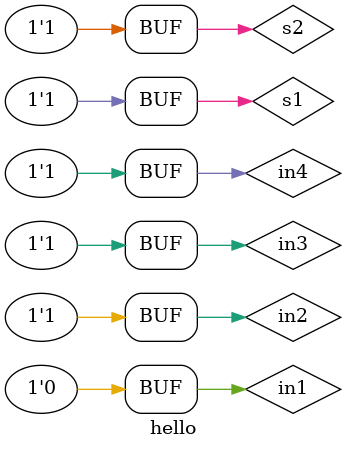
<source format=v>
module mux(out, in1, in2, in3, in4, s1, s2); 	
input in1, in2, in3, in4, s1, s2;
output reg out;
always @(*)
case ({s2, s1})
	2'b00: out = in1;
	2'b01: out = in2;
	2: out = in3;
	3: out = in4;
endcase
endmodule

module hello;
wire out;
reg in1, in2, in3, in4, s1, s2;
mux p(out, in1, in2, in3, in4, s1, s2);
initial
begin
in1 = 0;
in2 = 1;
in3 = 1;
in4 = 11;
$monitor("%b %b    %b", s2, s1, out);
s1 = 0;
s2 = 0;
#1
s1 = 1;
s2 = 0;
#1
s1 = 0;
s2 = 1;
#1
s1 = 1;
s2 = 1;
end

endmodule
</source>
